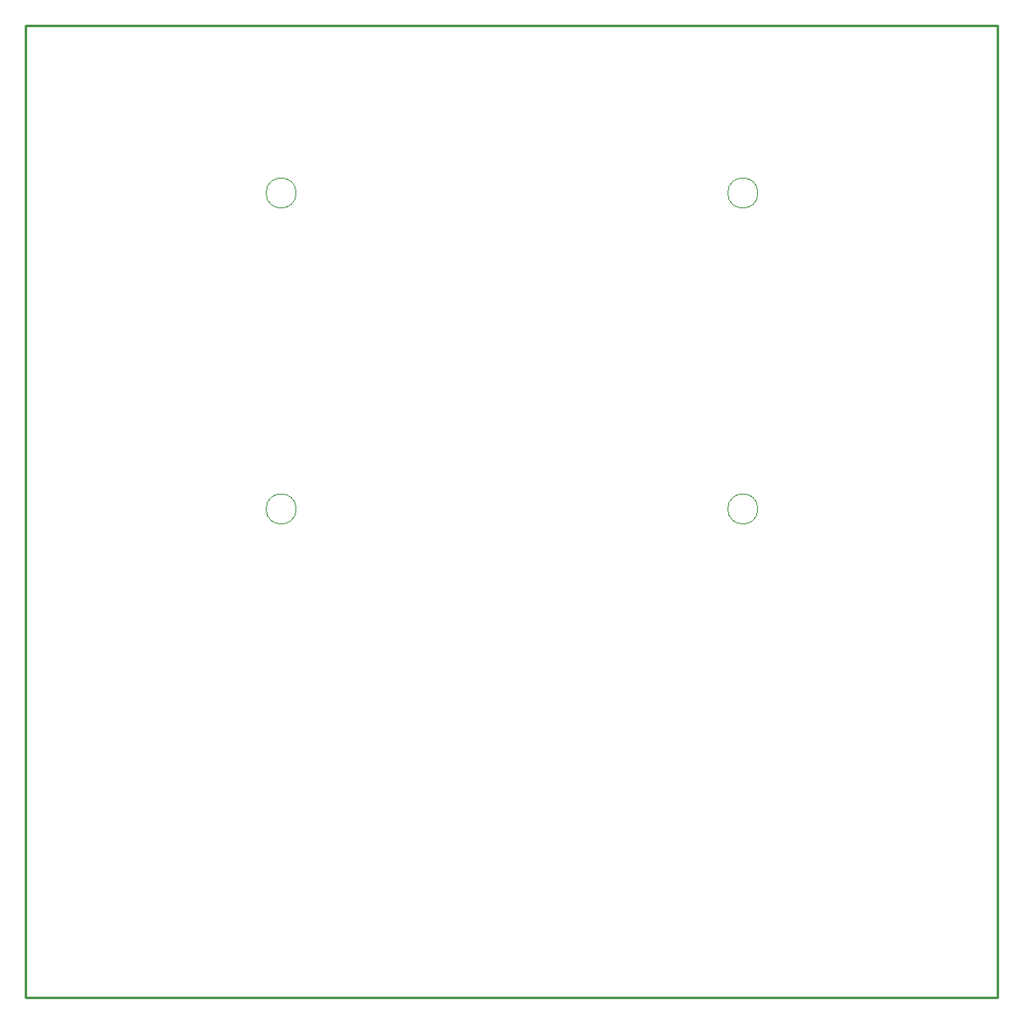
<source format=gko>
%FSLAX25Y25*%
%MOIN*%
G70*
G01*
G75*
G04 Layer_Color=16711935*
%ADD10R,0.02559X0.05315*%
%ADD11R,0.14410X0.09843*%
%ADD12R,0.14410X0.07874*%
%ADD13R,0.01969X0.06299*%
%ADD14R,0.03543X0.02126*%
%ADD15R,0.09843X0.14410*%
%ADD16R,0.07874X0.14410*%
%ADD17R,0.06299X0.01969*%
%ADD18R,0.02126X0.03543*%
%ADD19R,0.03937X0.05118*%
%ADD20R,0.05118X0.03937*%
%ADD21R,0.05000X0.06000*%
%ADD22O,0.05906X0.03150*%
%ADD23R,0.04000X0.01969*%
%ADD24R,0.10000X0.07500*%
%ADD25O,0.09843X0.05906*%
%ADD26R,0.08661X0.07087*%
%ADD27R,0.09843X0.15748*%
%ADD28R,0.08000X0.02400*%
%ADD29O,0.08000X0.02400*%
%ADD30R,0.09449X0.08268*%
%ADD31R,0.07874X0.07874*%
%ADD32R,0.03347X0.02756*%
%ADD33R,0.02756X0.03347*%
%ADD34R,0.07087X0.03937*%
%ADD35R,0.03937X0.10630*%
%ADD36R,0.10630X0.03937*%
%ADD37R,0.03937X0.02362*%
%ADD38R,0.02362X0.03937*%
%ADD39O,0.00984X0.04724*%
%ADD40O,0.04724X0.00984*%
%ADD41O,0.04724X0.01772*%
%ADD42O,0.01772X0.04724*%
%ADD43R,0.04724X0.01772*%
%ADD44O,0.03543X0.01969*%
%ADD45R,0.03543X0.01969*%
%ADD46O,0.03543X0.01969*%
%ADD47R,0.17716X0.15748*%
%ADD48R,0.15748X0.17716*%
%ADD49R,0.27953X0.21654*%
%ADD50R,0.08268X0.03937*%
%ADD51R,0.07559X0.25590*%
%ADD52R,0.21654X0.25197*%
%ADD53R,0.03937X0.10827*%
%ADD54O,0.06299X0.01772*%
%ADD55R,0.08071X0.09055*%
%ADD56C,0.01000*%
%ADD57C,0.00800*%
%ADD58C,0.02000*%
%ADD59C,0.01200*%
%ADD60C,0.03000*%
%ADD61C,0.04000*%
%ADD62C,0.03500*%
%ADD63C,0.06000*%
%ADD64C,0.01500*%
%ADD65C,0.10000*%
%ADD66C,0.08000*%
%ADD67R,0.14500X0.04200*%
%ADD68R,0.04100X0.17800*%
%ADD69R,0.17100X0.04200*%
%ADD70R,0.04400X0.22500*%
%ADD71R,0.04100X0.19500*%
%ADD72R,0.16800X0.04200*%
%ADD73R,0.02437X0.03577*%
%ADD74R,0.23300X0.07400*%
%ADD75R,0.16351X0.07500*%
%ADD76R,0.55500X0.04751*%
%ADD77R,0.07912X0.15875*%
%ADD78R,0.05600X0.05100*%
%ADD79R,0.40000X0.08400*%
%ADD80R,0.28400X0.16700*%
%ADD81R,0.07300X0.03700*%
%ADD82R,0.08300X0.49900*%
%ADD83R,0.03900X0.06100*%
%ADD84R,0.08664X0.44500*%
%ADD85R,0.16500X0.07900*%
%ADD86R,0.06000X0.16300*%
%ADD87R,0.23600X0.17400*%
%ADD88R,0.25624X0.17093*%
%ADD89R,0.24100X0.17400*%
%ADD90C,0.06000*%
%ADD91O,0.06000X0.10000*%
%ADD92R,0.06000X0.10000*%
%ADD93O,0.05906X0.09843*%
%ADD94R,0.05906X0.09843*%
%ADD95C,0.06693*%
%ADD96R,0.05906X0.05906*%
%ADD97C,0.05906*%
%ADD98C,0.03937*%
%ADD99O,0.07874X0.15748*%
%ADD100O,0.09843X0.11811*%
%ADD101R,0.09843X0.11811*%
%ADD102C,0.02000*%
%ADD103C,0.03000*%
%ADD104C,0.04000*%
%ADD105C,0.05000*%
%ADD106C,0.02598*%
%ADD107R,0.05512X0.07087*%
%ADD108R,0.13386X0.07087*%
%ADD109O,0.02756X0.01181*%
%ADD110O,0.01181X0.02756*%
%ADD111R,0.07087X0.13386*%
%ADD112R,0.15900X0.03600*%
%ADD113R,0.05800X0.21700*%
%ADD114R,0.17600X0.04300*%
%ADD115R,0.04400X0.22100*%
%ADD116R,0.03084X0.06973*%
%ADD117R,0.10427X0.02514*%
%ADD118R,0.12200X0.03500*%
%ADD119R,0.08500X0.07122*%
%ADD120R,0.21373X0.05490*%
%ADD121R,0.03200X0.06000*%
%ADD122R,0.02900X0.13700*%
%ADD123R,0.22500X1.19600*%
%ADD124R,0.29000X0.26900*%
%ADD125C,0.00394*%
%ADD126C,0.00500*%
%ADD127C,0.00984*%
%ADD128C,0.00787*%
%ADD129C,0.00591*%
%ADD130R,0.04724X0.02756*%
%ADD131R,0.01968X0.03543*%
%ADD132R,0.03359X0.06115*%
%ADD133R,0.15210X0.10642*%
%ADD134R,0.15210X0.08674*%
%ADD135R,0.02769X0.07099*%
%ADD136R,0.04343X0.02926*%
%ADD137R,0.10642X0.15210*%
%ADD138R,0.08674X0.15210*%
%ADD139R,0.07099X0.02769*%
%ADD140R,0.02926X0.04343*%
%ADD141R,0.04737X0.05918*%
%ADD142R,0.05918X0.04737*%
%ADD143R,0.05800X0.06800*%
%ADD144O,0.06706X0.03950*%
%ADD145R,0.04800X0.02769*%
%ADD146R,0.10800X0.08300*%
%ADD147O,0.10642X0.06706*%
%ADD148R,0.09461X0.07887*%
%ADD149R,0.10642X0.16548*%
%ADD150R,0.08800X0.03200*%
%ADD151O,0.08800X0.03200*%
%ADD152R,0.10249X0.09068*%
%ADD153R,0.08674X0.08674*%
%ADD154R,0.04147X0.03556*%
%ADD155R,0.03556X0.04147*%
%ADD156R,0.07887X0.04737*%
%ADD157R,0.04737X0.11430*%
%ADD158R,0.11430X0.04737*%
%ADD159R,0.04737X0.03162*%
%ADD160R,0.03162X0.04737*%
%ADD161O,0.01784X0.05524*%
%ADD162O,0.05524X0.01784*%
%ADD163O,0.05524X0.02572*%
%ADD164O,0.02572X0.05524*%
%ADD165R,0.05524X0.02572*%
%ADD166O,0.04343X0.02769*%
%ADD167R,0.04343X0.02769*%
%ADD168O,0.04343X0.02769*%
%ADD169R,0.18517X0.16548*%
%ADD170R,0.16548X0.18517*%
%ADD171R,0.28753X0.22453*%
%ADD172R,0.09068X0.04737*%
%ADD173R,0.08359X0.26391*%
%ADD174R,0.22453X0.25997*%
%ADD175R,0.04737X0.11627*%
%ADD176O,0.07099X0.02572*%
%ADD177R,0.08871X0.09855*%
%ADD178C,0.06800*%
%ADD179O,0.06800X0.10800*%
%ADD180R,0.06800X0.10800*%
%ADD181O,0.06706X0.10642*%
%ADD182R,0.06706X0.10642*%
%ADD183C,0.07493*%
%ADD184R,0.06706X0.06706*%
%ADD185C,0.06706*%
%ADD186C,0.04737*%
%ADD187O,0.08674X0.16548*%
%ADD188O,0.10642X0.12611*%
%ADD189R,0.10642X0.12611*%
%ADD190C,0.05800*%
%ADD191R,0.06312X0.07887*%
%ADD192R,0.14186X0.07887*%
%ADD193O,0.03556X0.01981*%
%ADD194O,0.01981X0.03556*%
%ADD195R,0.07887X0.14186*%
%ADD196C,0.03398*%
%ADD197C,0.00778*%
D56*
X-82677Y0D02*
X311024D01*
X-82677Y-393701D02*
Y0D01*
Y-393701D02*
X311024D01*
Y0D01*
Y-393701D02*
Y0D01*
X-82677Y-393701D02*
X311024D01*
X-82677D02*
Y0D01*
X311024D01*
D125*
X213931Y-195860D02*
G03*
X213931Y-195860I-6102J0D01*
G01*
Y-67907D02*
G03*
X213931Y-67907I-6102J0D01*
G01*
X26923D02*
G03*
X26923Y-67907I-6102J0D01*
G01*
Y-195860D02*
G03*
X26923Y-195860I-6102J0D01*
G01*
M02*

</source>
